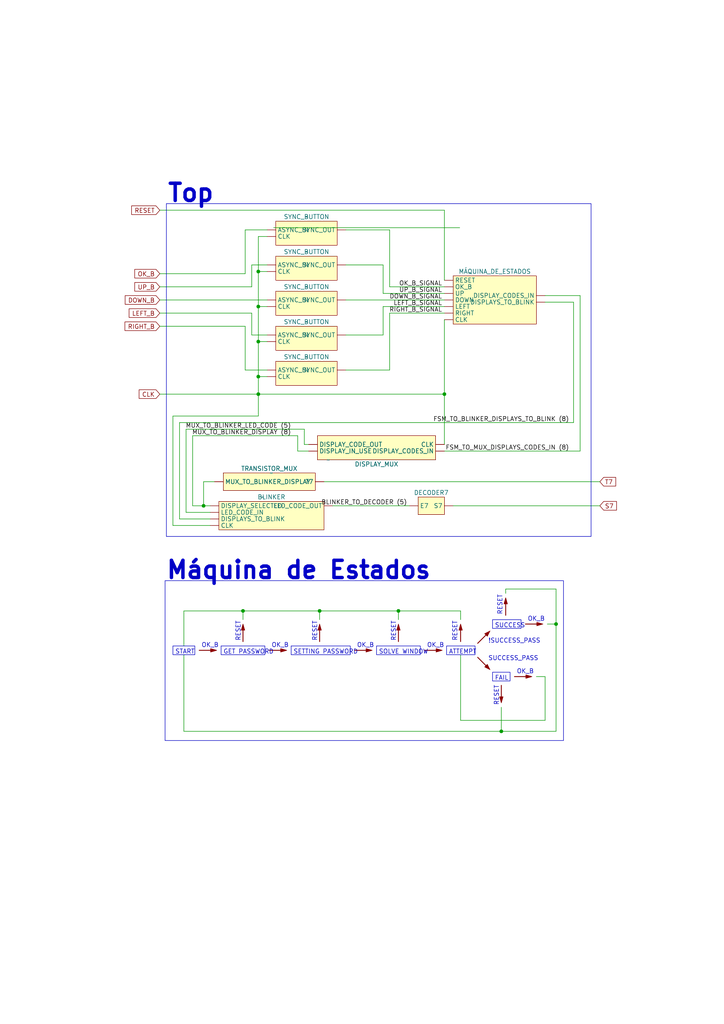
<source format=kicad_sch>
(kicad_sch (version 20230121) (generator eeschema)
  (paper "A4" portrait)
  (title_block (title "Diagrama de Estados") (date "2023-12-08") (rev "1.0") (comment 1 "Adrián Teixeira de Uña") (comment 2 "Bogurad Barañski Barañska") (comment 3 "Juan Nicolás Jiménez Pérez"))
  (lib_symbols
    (symbol "Graphic:SYM_Arrow45_Normal" (in_bom no) (on_board no)
      (symbol "SYM_Arrow45_Normal_0_1"
        (polyline (pts (xy 1.524 -1.524) (xy -1.778 1.778)) (stroke (width 0.254)))
        (polyline (pts (xy 1.778 -1.778) (xy 0.254 -1.016) (xy 1.016 -0.254) (xy 1.778 -1.778)) (fill (type outline)))
      )
    )
    (symbol "Graphic:SYM_Arrow_Normal" (in_bom no) (on_board no)
      (symbol "SYM_Arrow_Normal_0_1"
        (polyline (pts (xy 1.524 0) (xy -2.54 0)) (stroke (width 0.254)))
        (polyline (pts (xy 2.54 0) (xy 0.762 -0.508) (xy 0.762 0.508) (xy 2.54 0)) (fill (type outline)))
      )
    )
    (symbol "Trabajo_VHDL:BLINKER"
      (property "Reference" "U" (at 0 0 0))
      (symbol "BLINKER_1_1"
        (rectangle (start -12.7 -1.27) (end 17.78 -9.525) (fill (type background)))
        (pin input line (at -15.24 -8.255 0) (length 2.54) (name "CLK") (number ""))
        (pin input line (at -15.24 -6.35 0) (length 2.54) (name "DISPLAYS_TO_BLINK") (number ""))
        (pin input line (at -15.24 -2.54 0) (length 2.54) (name "DISPLAY_SELECTED") (number ""))
        (pin input line (at -15.24 -4.445 0) (length 2.54) (name "LED_CODE_IN") (number ""))
        (pin input line (at 20.32 -2.54 180) (length 2.54) (name "LED_CODE_OUT") (number ""))
      )
    )
    (symbol "Trabajo_VHDL:DECODER7"
      (property "Reference" "U" (at 0 0.635 0))
      (symbol "DECODER7_1_1"
        (rectangle (start -3.81 -0.635) (end 3.81 -5.715) (fill (type background)))
        (pin input line (at -6.35 -3.175 0) (length 2.54) (name "E7") (number ""))
        (pin input line (at 6.35 -3.175 180) (length 2.54) (name "S7") (number ""))
      )
    )
    (symbol "Trabajo_VHDL:DISPLAY_MUX"
      (property "Reference" "U" (at 0 1.27 0))
      (symbol "DISPLAY_MUX_1_1"
        (rectangle (start -17.145 0) (end 17.145 -6.985) (fill (type background)))
        (pin input line (at -19.685 -4.445 0) (length 2.54) (name "CLK") (number ""))
        (pin input line (at -19.685 -2.54 0) (length 2.54) (name "DISPLAY_CODES_IN") (number ""))
        (pin input line (at 19.685 -4.445 180) (length 2.54) (name "DISPLAY_CODE_OUT") (number ""))
        (pin input line (at 19.685 -2.54 180) (length 2.54) (name "DISPLAY_IN_USE") (number ""))
      )
    )
    (symbol "Trabajo_VHDL:SELECTOR"
      (property "Reference" "U" (at 0 1.905 0))
      (symbol "SELECTOR_1_1"
        (rectangle (start -10.795 0) (end 12.065 -13.97) (fill (type background)))
        (pin input line (at -13.335 -3.175 0) (length 2.54) (name "CE") (number ""))
        (pin input line (at -13.335 -12.7 0) (length 2.54) (name "CLK") (number ""))
        (pin input line (at 14.605 -5.08 180) (length 2.54) (name "DISPLAY_SELECTED") (number ""))
        (pin input line (at -13.335 -6.985 0) (length 2.54) (name "DOWN") (number ""))
        (pin input line (at 14.605 -3.175 180) (length 2.54) (name "LED_CODE_OUT") (number ""))
        (pin input line (at -13.335 -8.89 0) (length 2.54) (name "LEFT") (number ""))
        (pin input line (at 14.605 -1.27 180) (length 2.54) (name "NATURAL_OUT") (number ""))
        (pin input line (at -13.335 -1.27 0) (length 2.54) (name "RESET") (number ""))
        (pin input line (at -13.335 -10.795 0) (length 2.54) (name "RIGHT") (number ""))
        (pin input line (at -13.335 -5.08 0) (length 2.54) (name "UP") (number ""))
      )
    )
    (symbol "Trabajo_VHDL:SYNC_BUTTON"
      (property "Reference" "U" (at 0 1.27 0))
      (symbol "SYNC_BUTTON_1_1"
        (rectangle (start -8.89 0) (end 8.89 -6.985) (fill (type background)))
        (pin input line (at -11.43 -2.54 0) (length 2.54) (name "ASYNC_IN") (number ""))
        (pin input line (at -11.43 -4.445 0) (length 2.54) (name "CLK") (number ""))
        (pin input line (at 11.43 -2.54 180) (length 2.54) (name "SYNC_OUT") (number ""))
      )
    )
    (symbol "Trabajo_VHDL:TRANSISTOR_MUX"
      (property "Reference" "U" (at 0 1.27 0))
      (symbol "TRANSISTOR_MUX_1_1"
        (rectangle (start -13.335 0) (end 13.335 -5.08) (fill (type background)))
        (pin input line (at -15.875 -2.54 0) (length 2.54) (name "MUX_TO_BLINKER_DISPLAY") (number ""))
        (pin input line (at 15.875 -2.54 180) (length 2.54) (name "T7") (number ""))
      )
    )
    (symbol "Trabajo_VHDL:The_machine_of_state"
      (property "Reference" "U" (at 0 5.08 0))
      (property "Value" "The_machine_of_state" (at 0 6.985 0))
      (symbol "The_machine_of_state_1_1"
        (rectangle (start -11.43 3.175) (end 12.7 -10.795) (fill (type background)))
        (pin input line (at -13.97 -9.525 0) (length 2.54) (name "CLK") (number ""))
        (pin input line (at 15.24 -4.445 180) (length 2.54) (name "DISPLAYS_TO_BLINK") (number ""))
        (pin input line (at 15.24 -2.54 180) (length 2.54) (name "DISPLAY_CODES_IN") (number ""))
        (pin input line (at -13.97 -3.81 0) (length 2.54) (name "DOWN") (number ""))
        (pin input line (at -13.97 -5.715 0) (length 2.54) (name "LEFT") (number ""))
        (pin input line (at -13.97 0 0) (length 2.54) (name "OK_B") (number ""))
        (pin input line (at -13.97 1.905 0) (length 2.54) (name "RESET") (number ""))
        (pin input line (at -13.97 -7.62 0) (length 2.54) (name "RIGHT") (number ""))
        (pin input line (at -13.97 -1.905 0) (length 2.54) (name "UP") (number ""))
      )
    )
  )
  (junction (at 70.485 177.165))
  (junction (at 74.93 99.06))
  (junction (at 29.845 -39.37))
  (junction (at 244.475 11.43))
  (junction (at 83.82 -24.13))
  (junction (at 29.845 -29.21))
  (junction (at 74.93 114.3))
  (junction (at 92.71 177.165))
  (junction (at 74.93 78.74))
  (junction (at 223.52 -51.435))
  (junction (at 161.29 180.975))
  (junction (at 150.495 -24.13))
  (junction (at 74.93 109.22))
  (junction (at 74.93 88.9))
  (junction (at 115.57 177.165))
  (junction (at 250.19 5.715))
  (junction (at 128.905 114.3))
  (junction (at 29.845 -24.13))
  (junction (at 145.415 212.09))
  (junction (at 246.38 9.525))
  (junction (at 29.845 -59.69))
  (junction (at 59.055 146.685))
  (junction (at 252.095 35.56))
  (junction (at 248.285 7.62))
  (junction (at 29.845 -49.53))
  (wire (pts (xy 133.604 177.165) (xy 133.604 179.705)))
  (wire (pts (xy 46.355 94.615) (xy 71.12 94.615)))
  (wire (pts (xy 260.985 -51.435) (xy 283.21 -51.435)))
  (wire (pts (xy 193.04 -51.435) (xy 223.52 -51.435)))
  (wire (pts (xy 67.945 -55.245) (xy 67.945 -71.755)))
  (wire (pts (xy 89.535 128.905) (xy 88.265 128.905)))
  (wire (pts (xy 133.604 189.992) (xy 133.604 208.915)))
  (wire (pts (xy 161.29 212.09) (xy 145.415 212.09)))
  (wire (pts (xy 46.355 83.185) (xy 73.025 83.185)))
  (wire (pts (xy 27.94 -55.245) (xy 27.94 -61.595)))
  (wire (pts (xy 250.19 5.715) (xy 253.365 5.715)))
  (wire (pts (xy 66.04 -53.34) (xy 66.04 -61.595)))
  (wire (pts (xy 32.385 -49.53) (xy 29.845 -49.53)))
  (wire (pts (xy 77.47 88.9) (xy 74.93 88.9)))
  (wire (pts (xy 100.33 76.835) (xy 111.125 76.835)))
  (wire (pts (xy 244.475 33.655) (xy 253.365 33.655)))
  (wire (pts (xy 236.22 11.43) (xy 244.475 11.43)))
  (wire (pts (xy 111.125 88.9) (xy 128.905 88.9)))
  (wire (pts (xy 113.03 107.315) (xy 113.03 90.805)))
  (wire (pts (xy 27.94 -47.625) (xy 27.94 -41.275)))
  (wire (pts (xy 74.93 99.06) (xy 77.47 99.06)))
  (wire (pts (xy 88.265 128.905) (xy 88.265 124.46)))
  (wire (pts (xy 77.47 68.58) (xy 74.93 68.58)))
  (wire (pts (xy 231.14 26.035) (xy 253.365 26.035)))
  (wire (pts (xy 59.055 139.7) (xy 59.055 146.685)))
  (wire (pts (xy 100.33 66.675) (xy 113.03 66.675)))
  (wire (pts (xy 113.03 83.185) (xy 128.905 83.185)))
  (wire (pts (xy 231.14 -0.635) (xy 238.125 -0.635)))
  (wire (pts (xy 246.38 9.525) (xy 234.95 9.525)))
  (wire (pts (xy 32.385 -69.85) (xy 29.845 -69.85)))
  (wire (pts (xy 128.905 92.71) (xy 128.905 114.3)))
  (wire (pts (xy 150.495 -24.13) (xy 225.425 -24.13)))
  (wire (pts (xy 128.905 114.3) (xy 128.905 128.905)))
  (wire (pts (xy 161.29 180.975) (xy 161.29 212.09)))
  (wire (pts (xy 70.485 177.165) (xy 53.34 177.165)))
  (wire (pts (xy 238.125 3.81) (xy 253.365 3.81)))
  (wire (pts (xy 89.535 130.81) (xy 86.36 130.81)))
  (wire (pts (xy 77.47 78.74) (xy 74.93 78.74)))
  (wire (pts (xy 32.385 -29.21) (xy 29.845 -29.21)))
  (wire (pts (xy 66.04 -53.34) (xy 83.82 -53.34)))
  (wire (pts (xy 191.135 -49.53) (xy 225.425 -49.53)))
  (wire (pts (xy 248.285 7.62) (xy 253.365 7.62)))
  (wire (pts (xy 231.14 14.605) (xy 236.22 14.605)))
  (wire (pts (xy 29.845 -59.69) (xy 29.845 -49.53)))
  (wire (pts (xy 73.025 76.835) (xy 77.47 76.835)))
  (wire (pts (xy 74.93 88.9) (xy 74.93 99.06)))
  (wire (pts (xy 115.57 179.705) (xy 115.57 177.165)))
  (wire (pts (xy 223.52 -58.42) (xy 223.52 -51.435)))
  (wire (pts (xy 252.095 35.56) (xy 253.365 35.56)))
  (wire (pts (xy 158.115 196.215) (xy 158.115 208.915)))
  (wire (pts (xy 240.03 -2.54) (xy 240.03 1.905)))
  (wire (pts (xy 29.845 -39.37) (xy 29.845 -29.21)))
  (wire (pts (xy 115.57 177.165) (xy 133.604 177.165)))
  (wire (pts (xy 92.71 177.165) (xy 92.71 179.705)))
  (wire (pts (xy 55.245 -71.755) (xy 67.945 -71.755)))
  (wire (pts (xy 83.82 -57.15) (xy 83.82 -77.47)))
  (wire (pts (xy 53.34 189.865) (xy 53.34 212.09)))
  (wire (pts (xy 20.32 -51.435) (xy 32.385 -51.435)))
  (wire (pts (xy 27.94 -41.275) (xy 32.385 -41.275)))
  (wire (pts (xy 66.04 -49.53) (xy 83.82 -49.53)))
  (wire (pts (xy 20.32 -47.625) (xy 27.94 -47.625)))
  (wire (pts (xy 86.36 126.365) (xy 55.88 126.365)))
  (wire (pts (xy 55.245 -51.435) (xy 83.82 -51.435)))
  (wire (pts (xy 74.93 99.06) (xy 74.93 109.22)))
  (wire (pts (xy 55.245 -31.115) (xy 67.945 -31.115)))
  (wire (pts (xy 55.245 -61.595) (xy 66.04 -61.595)))
  (wire (pts (xy 131.445 146.685) (xy 173.99 146.685)))
  (wire (pts (xy 113.03 -55.88) (xy 113.03 -52.705)))
  (wire (pts (xy 29.845 -69.85) (xy 29.845 -59.69)))
  (wire (pts (xy 128.905 60.96) (xy 46.355 60.96)))
  (wire (pts (xy 53.34 177.165) (xy 53.34 187.325)))
  (wire (pts (xy 234.95 10.795) (xy 231.14 10.795)))
  (wire (pts (xy 223.52 -51.435) (xy 225.425 -51.435)))
  (wire (pts (xy 83.82 -77.47) (xy 20.32 -77.47)))
  (wire (pts (xy 60.96 152.4) (xy 50.165 152.4)))
  (wire (pts (xy 83.82 -24.13) (xy 150.495 -24.13)))
  (wire (pts (xy 111.125 85.09) (xy 111.125 76.835)))
  (wire (pts (xy 27.94 -61.595) (xy 32.385 -61.595)))
  (wire (pts (xy 96.52 146.685) (xy 118.745 146.685)))
  (wire (pts (xy 252.095 13.335) (xy 252.095 35.56)))
  (wire (pts (xy 113.03 83.185) (xy 113.03 66.675)))
  (wire (pts (xy 299.72 -51.435) (xy 295.91 -51.435)))
  (wire (pts (xy 46.355 86.995) (xy 77.47 86.995)))
  (wire (pts (xy 236.22 2.54) (xy 236.22 5.715)))
  (wire (pts (xy 100.33 97.155) (xy 111.125 97.155)))
  (wire (pts (xy 248.285 7.62) (xy 248.285 29.845)))
  (wire (pts (xy 71.12 66.675) (xy 77.47 66.675)))
  (wire (pts (xy 231.14 2.54) (xy 236.22 2.54)))
  (wire (pts (xy 46.355 90.805) (xy 73.025 90.805)))
  (wire (pts (xy 100.33 86.995) (xy 128.905 86.995)))
  (wire (pts (xy 250.19 5.715) (xy 250.19 27.94)))
  (wire (pts (xy 238.125 -0.635) (xy 238.125 3.81)))
  (wire (pts (xy 92.71 177.165) (xy 70.485 177.165)))
  (wire (pts (xy 26.035 -59.055) (xy 26.035 -71.755)))
  (wire (pts (xy 113.03 -47.625) (xy 225.425 -47.625)))
  (wire (pts (xy 29.845 -29.21) (xy 29.845 -24.13)))
  (wire (pts (xy 46.355 114.3) (xy 74.93 114.3)))
  (wire (pts (xy 231.14 -2.54) (xy 240.03 -2.54)))
  (wire (pts (xy 231.14 24.13) (xy 253.365 24.13)))
  (wire (pts (xy 246.38 9.525) (xy 246.38 31.75)))
  (wire (pts (xy 74.93 114.3) (xy 128.905 114.3)))
  (wire (pts (xy 20.32 -43.815) (xy 26.035 -43.815)))
  (wire (pts (xy 246.38 31.75) (xy 253.365 31.75)))
  (wire (pts (xy 71.12 107.315) (xy 77.47 107.315)))
  (wire (pts (xy 168.275 130.81) (xy 168.275 85.725)))
  (wire (pts (xy 88.265 124.46) (xy 53.975 124.46)))
  (wire (pts (xy 53.975 148.59) (xy 60.96 148.59)))
  (wire (pts (xy 128.905 81.28) (xy 128.905 60.96)))
  (wire (pts (xy 20.32 -55.245) (xy 27.94 -55.245)))
  (wire (pts (xy 67.945 -55.245) (xy 83.82 -55.245)))
  (wire (pts (xy 46.355 79.375) (xy 71.12 79.375)))
  (wire (pts (xy 236.22 14.605) (xy 236.22 11.43)))
  (wire (pts (xy 100.33 107.315) (xy 113.03 107.315)))
  (wire (pts (xy 77.47 109.22) (xy 74.93 109.22)))
  (wire (pts (xy 83.82 -45.72) (xy 83.82 -24.13)))
  (wire (pts (xy 113.03 -50.8) (xy 113.03 -47.625)))
  (wire (pts (xy 248.285 7.62) (xy 234.95 7.62)))
  (wire (pts (xy 240.03 1.905) (xy 253.365 1.905)))
  (wire (pts (xy 189.865 -55.88) (xy 193.04 -55.88)))
  (wire (pts (xy 29.845 -39.37) (xy 32.385 -39.37)))
  (wire (pts (xy 66.04 -41.275) (xy 66.04 -49.53)))
  (wire (pts (xy 29.845 -49.53) (xy 29.845 -39.37)))
  (wire (pts (xy 53.975 124.46) (xy 53.975 148.59)))
  (wire (pts (xy 79.375 66.04) (xy 133.35 66.04)))
  (wire (pts (xy 93.98 139.7) (xy 173.99 139.7)))
  (wire (pts (xy 74.93 109.22) (xy 74.93 114.3)))
  (wire (pts (xy 74.93 78.74) (xy 74.93 88.9)))
  (wire (pts (xy 71.12 79.375) (xy 71.12 66.675)))
  (wire (pts (xy 20.32 -59.055) (xy 26.035 -59.055)))
  (wire (pts (xy 113.03 90.805) (xy 128.905 90.805)))
  (wire (pts (xy 113.03 -55.88) (xy 150.495 -55.88)))
  (wire (pts (xy 168.275 85.725) (xy 158.115 85.725)))
  (wire (pts (xy 248.285 29.845) (xy 253.365 29.845)))
  (wire (pts (xy 26.035 -71.755) (xy 32.385 -71.755)))
  (wire (pts (xy 55.88 146.685) (xy 59.055 146.685)))
  (wire (pts (xy 32.385 -59.69) (xy 29.845 -59.69)))
  (wire (pts (xy 231.14 35.56) (xy 252.095 35.56)))
  (wire (pts (xy 193.04 -55.88) (xy 193.04 -51.435)))
  (wire (pts (xy 234.95 7.62) (xy 234.95 6.35)))
  (wire (pts (xy 146.685 170.815) (xy 161.29 170.815)))
  (wire (pts (xy 246.38 9.525) (xy 253.365 9.525)))
  (wire (pts (xy 55.88 126.365) (xy 55.88 146.685)))
  (wire (pts (xy 111.125 85.09) (xy 128.905 85.09)))
  (wire (pts (xy 111.125 97.155) (xy 111.125 88.9)))
  (wire (pts (xy 86.36 130.81) (xy 86.36 126.365)))
  (wire (pts (xy 145.415 205.105) (xy 145.415 212.09)))
  (wire (pts (xy 20.32 -24.13) (xy 29.845 -24.13)))
  (wire (pts (xy 50.165 120.65) (xy 74.93 120.65)))
  (wire (pts (xy 29.845 -24.13) (xy 83.82 -24.13)))
  (wire (pts (xy 236.22 5.715) (xy 250.19 5.715)))
  (wire (pts (xy 67.945 -47.625) (xy 83.82 -47.625)))
  (wire (pts (xy 146.685 172.085) (xy 146.685 170.815)))
  (wire (pts (xy 166.37 87.63) (xy 158.115 87.63)))
  (wire (pts (xy 26.035 -43.815) (xy 26.035 -31.115)))
  (wire (pts (xy 166.37 122.555) (xy 166.37 87.63)))
  (wire (pts (xy 189.865 -53.975) (xy 191.135 -53.975)))
  (wire (pts (xy 70.485 177.165) (xy 70.485 179.705)))
  (wire (pts (xy 128.905 130.81) (xy 168.275 130.81)))
  (wire (pts (xy 244.475 11.43) (xy 244.475 33.655)))
  (wire (pts (xy 73.025 97.155) (xy 77.47 97.155)))
  (wire (pts (xy 52.07 122.555) (xy 52.07 150.495)))
  (wire (pts (xy 71.12 94.615) (xy 71.12 107.315)))
  (wire (pts (xy 26.035 -31.115) (xy 32.385 -31.115)))
  (wire (pts (xy 223.52 -58.42) (xy 226.695 -58.42)))
  (wire (pts (xy 73.025 83.185) (xy 73.025 76.835)))
  (wire (pts (xy 158.75 180.975) (xy 161.29 180.975)))
  (wire (pts (xy 234.95 9.525) (xy 234.95 10.795)))
  (wire (pts (xy 73.025 90.805) (xy 73.025 97.155)))
  (wire (pts (xy 250.19 27.94) (xy 253.365 27.94)))
  (wire (pts (xy 244.475 11.43) (xy 253.365 11.43)))
  (wire (pts (xy 55.245 -41.275) (xy 66.04 -41.275)))
  (wire (pts (xy 155.575 196.215) (xy 158.115 196.215)))
  (wire (pts (xy 50.165 152.4) (xy 50.165 120.65)))
  (wire (pts (xy 59.055 146.685) (xy 60.96 146.685)))
  (wire (pts (xy 59.055 139.7) (xy 62.23 139.7)))
  (wire (pts (xy 234.95 6.35) (xy 231.14 6.35)))
  (wire (pts (xy 150.495 -53.975) (xy 150.495 -24.13)))
  (wire (pts (xy 253.365 13.335) (xy 252.095 13.335)))
  (wire (pts (xy 67.945 -31.115) (xy 67.945 -47.625)))
  (wire (pts (xy 115.57 177.165) (xy 92.71 177.165)))
  (wire (pts (xy 74.93 120.65) (xy 74.93 114.3)))
  (wire (pts (xy 52.07 122.555) (xy 166.37 122.555)))
  (wire (pts (xy 52.07 150.495) (xy 60.96 150.495)))
  (wire (pts (xy 161.29 170.815) (xy 161.29 180.975)))
  (wire (pts (xy 158.115 208.915) (xy 133.604 208.915)))
  (wire (pts (xy 258.445 -58.42) (xy 299.72 -58.42)))
  (wire (pts (xy 74.93 68.58) (xy 74.93 78.74)))
  (wire (pts (xy 145.415 212.09) (xy 53.34 212.09)))
  (wire (pts (xy 191.135 -53.975) (xy 191.135 -49.53)))
  (wire (pts (xy 225.425 -45.72) (xy 225.425 -24.13)))
  (rectangle (start 142.875 194.945) (end 147.955 197.485))
  (rectangle (start 50.165 187.325) (end 56.515 189.865))
  (rectangle (start 233.045 -4.445) (end 337.82 38.735))
  (rectangle (start 84.455 187.325) (end 101.6 189.865))
  (rectangle (start 22.86 -80.645) (end 296.545 -20.955))
  (rectangle (start 109.22 187.325) (end 121.92 189.865))
  (rectangle (start 64.135 187.325) (end 76.835 189.865))
  (rectangle (start 129.54 187.325) (end 137.795 189.865))
  (rectangle (start 47.879 168.402) (end 163.449 214.757))
  (rectangle (start 48.26 59.055) (end 171.45 155.575))
  (rectangle (start 142.875 179.705) (end 151.13 182.245))
  (text "!SUCCESS_PASS\n" (at 141.605 186.69 0) (effects (font (size 1.27 1.27)) (justify left bottom)))
  (text "RESET" (at 114.935 186.055 90) (effects (font (size 1.27 1.27)) (justify left bottom)))
  (text "OK_B\n" (at 153.035 180.34 0) (effects (font (size 1.27 1.27)) (justify left bottom)))
  (text "SETTING PASSWORD" (at 85.09 189.865 0) (effects (font (size 1.27 1.27)) (justify left bottom)))
  (text "RESET" (at 132.715 186.055 90) (effects (font (size 1.27 1.27)) (justify left bottom)))
  (text "Top" (at 22.86 -80.645 0) (effects (font (size 5 5) (thickness 1) bold) (justify left bottom)))
  (text "OK_B\n" (at 149.86 195.58 0) (effects (font (size 1.27 1.27)) (justify left bottom)))
  (text "OK_B\n" (at 78.74 187.96 0) (effects (font (size 1.27 1.27)) (justify left bottom)))
  (text "OK_B\n" (at 103.505 187.96 0) (effects (font (size 1.27 1.27)) (justify left bottom)))
  (text "START\n" (at 50.8 189.865 0) (effects (font (size 1.27 1.27)) (justify left bottom)))
  (text "RESET" (at 92.075 186.055 90) (effects (font (size 1.27 1.27)) (justify left bottom)))
  (text "RESET" (at 69.85 186.055 90) (effects (font (size 1.27 1.27)) (justify left bottom)))
  (text "RESET" (at 144.78 198.755 90) (effects (font (size 1.27 1.27)) (justify right bottom)))
  (text "Top" (at 48.26 59.055 0) (effects (font (size 5 5) (thickness 1) bold) (justify left bottom)))
  (text "RESET" (at 145.796 178.435 90) (effects (font (size 1.27 1.27)) (justify left bottom)))
  (text "OK_B\n" (at 58.42 187.96 0) (effects (font (size 1.27 1.27)) (justify left bottom)))
  (text "Máquina de Estados" (at 47.879 168.402 0) (effects (font (size 5 5) (thickness 1) bold) (justify left bottom)))
  (text "FAIL" (at 143.51 197.485 0) (effects (font (size 1.27 1.27)) (justify left bottom)))
  (text "SUCCESS_PASS\n" (at 141.605 191.77 0) (effects (font (size 1.27 1.27)) (justify left bottom)))
  (text "GET PASSWORD" (at 64.77 189.865 0) (effects (font (size 1.27 1.27)) (justify left bottom)))
  (text "OK_B\n" (at 123.825 187.96 0) (effects (font (size 1.27 1.27)) (justify left bottom)))
  (text "SOLVE WINDOW" (at 109.855 189.865 0) (effects (font (size 1.27 1.27)) (justify left bottom)))
  (text "ATTEMPT" (at 130.175 189.865 0) (effects (font (size 1.27 1.27)) (justify left bottom)))
  (text "SUCCESS" (at 143.51 182.245 0) (effects (font (size 1.27 1.27)) (justify left bottom)))
  (label "~{}" (at 155.575 196.215 0))
  (label "display_selected_password" (at 281.305 5.715 0))
  (label "~{}" (at 133.604 189.992 0))
  (label "~{}" (at 115.57 179.705 0))
  (label "guess" (at 281.305 24.13 0))
  (label "DOWN_B_SIGNAL" (at 128.27 86.995 180))
  (label "MUX_TO_BLINKER_LED_CODE (5)" (at 194.945 -49.53 0))
  (label "reset_password" (at 231.14 -2.54 180))
  (label "password" (at 281.305 1.905 0))
  (label "LEFT_B_SIGNAL" (at 128.27 88.9 180))
  (label "RIGHT_B_SIGNAL" (at 83.185 -47.625 180))
  (label "~{}" (at 53.34 189.865 0))
  (label "reset_attempt" (at 231.14 24.13 180))
  (label "FSM_TO_MUX_DISPLAYS_CODES_IN (8)" (at 114.3 -55.88 0))
  (label "MUX_TO_BLINKER_DISPLAY (8)" (at 84.455 126.365 180))
  (label "~{}" (at 158.75 180.975 0))
  (label "UP_B_SIGNAL" (at 128.27 85.09 180))
  (label "FSM_TO_BLINKER_DISPLAYS_TO_BLINK (8)" (at 165.1 122.555 180))
  (label "~{}" (at 92.71 179.705 0))
  (label "led_code_out_password" (at 281.305 3.81 0))
  (label "~{}" (at 53.34 187.325 0))
  (label "OK_B_SIGNAL" (at 128.27 83.185 180))
  (label "~{}" (at 70.485 179.705 0))
  (label "display_selected_attempt" (at 281.305 27.94 0))
  (label "MUX_TO_BLINKER_DISPLAY (8)" (at 194.945 -51.435 0))
  (label "UP_B_SIGNAL" (at 83.185 -53.34 180))
  (label "~{}" (at 145.415 205.105 0))
  (label "FSM_TO_MUX_DISPLAYS_CODES_IN (8)" (at 165.1 130.81 180))
  (label "led_code_out_attempt" (at 281.305 26.035 0))
  (label "BLINKER_TO_DECODER (5)" (at 118.11 146.685 180))
  (label "LEFT_B_SIGNAL" (at 83.185 -49.53 180))
  (label "~{}" (at 146.685 172.085 0))
  (label "OK_B_SIGNAL" (at 83.185 -55.245 180))
  (label "MUX_TO_BLINKER_LED_CODE (5)" (at 84.455 124.46 180))
  (label "FSM_TO_BLINKER_DISPLAYS_TO_BLINK (8)" (at 114.3 -47.625 0))
  (label "RIGHT_B_SIGNAL" (at 128.27 90.805 180))
  (label "~{}" (at 133.604 179.705 0))
  (label "ce_attempt" (at 231.14 26.035 180))
  (label "ce_password" (at 231.14 -0.635 180))
  (label "BLINKER_TO_DECODER (5)" (at 282.575 -51.435 180))
  (label "DOWN_B_SIGNAL" (at 83.185 -51.435 180))
  (global_label "LEFT_B" (shape input) (at 20.32 -47.625 180) (property "Intersheetrefs" "${INTERSHEET_REFS}" (effects hide)))
  (global_label "T7" (shape input) (at 299.72 -58.42 0) (property "Intersheetrefs" "${INTERSHEET_REFS}" (effects hide)))
  (global_label "CLK" (shape input) (at 20.32 -24.13 180) (property "Intersheetrefs" "${INTERSHEET_REFS}" (effects hide)))
  (global_label "RESET" (shape input) (at 46.355 60.96 180) (property "Intersheetrefs" "${INTERSHEET_REFS}" (effects hide)))
  (global_label "UP" (shape input) (at 231.14 2.54 180) (property "Intersheetrefs" "${INTERSHEET_REFS}" (effects hide)))
  (global_label "S7" (shape input) (at 299.72 -51.435 0) (property "Intersheetrefs" "${INTERSHEET_REFS}" (effects hide)))
  (global_label "DOWN_B" (shape input) (at 46.355 86.995 180) (property "Intersheetrefs" "${INTERSHEET_REFS}" (effects hide)))
  (global_label "RIGHT" (shape input) (at 231.14 14.605 180) (property "Intersheetrefs" "${INTERSHEET_REFS}" (effects hide)))
  (global_label "S7" (shape input) (at 173.99 146.685 0) (property "Intersheetrefs" "${INTERSHEET_REFS}" (effects hide)))
  (global_label "UP_B" (shape input) (at 20.32 -55.245 180) (property "Intersheetrefs" "${INTERSHEET_REFS}" (effects hide)))
  (global_label "CLK" (shape input) (at 46.355 114.3 180) (property "Intersheetrefs" "${INTERSHEET_REFS}" (effects hide)))
  (global_label "T7" (shape input) (at 173.99 139.7 0) (property "Intersheetrefs" "${INTERSHEET_REFS}" (effects hide)))
  (global_label "RESET" (shape input) (at 20.32 -77.47 180) (property "Intersheetrefs" "${INTERSHEET_REFS}" (effects hide)))
  (global_label "UP_B" (shape input) (at 46.355 83.185 180) (property "Intersheetrefs" "${INTERSHEET_REFS}" (effects hide)))
  (global_label "DOWN_B" (shape input) (at 20.32 -51.435 180) (property "Intersheetrefs" "${INTERSHEET_REFS}" (effects hide)))
  (global_label "RIGHT_B" (shape input) (at 46.355 94.615 180) (property "Intersheetrefs" "${INTERSHEET_REFS}" (effects hide)))
  (global_label "OK_B" (shape input) (at 46.355 79.375 180) (property "Intersheetrefs" "${INTERSHEET_REFS}" (effects hide)))
  (global_label "DISPLAY_CODES_IN" (shape input) (at 342.2789 6.8711 0) (property "Intersheetrefs" "${INTERSHEET_REFS}" (effects hide)))
  (global_label "LEFT" (shape input) (at 231.14 10.795 180) (property "Intersheetrefs" "${INTERSHEET_REFS}" (effects hide)))
  (global_label "CLK" (shape input) (at 231.14 35.56 180) (property "Intersheetrefs" "${INTERSHEET_REFS}" (effects hide)))
  (global_label "RIGHT_B" (shape input) (at 20.32 -43.815 180) (property "Intersheetrefs" "${INTERSHEET_REFS}" (effects hide)))
  (global_label "LEFT_B" (shape input) (at 46.355 90.805 180) (property "Intersheetrefs" "${INTERSHEET_REFS}" (effects hide)))
  (global_label "OK_B" (shape input) (at 20.32 -59.055 180) (property "Intersheetrefs" "${INTERSHEET_REFS}" (effects hide)))
  (global_label "DISPLAYS_TO_BLINK" (shape input) (at 342.265 2.54 0) (property "Intersheetrefs" "${INTERSHEET_REFS}" (effects hide)))
  (global_label "DOWN" (shape input) (at 231.14 6.35 180) (property "Intersheetrefs" "${INTERSHEET_REFS}" (effects hide)))
  (symbol (lib_id "Trabajo_VHDL:The_machine_of_state") (at 97.79 -55.245 0) (unit 1)
    (property "Reference" "U1" (effects hide))
    (property "Value" "MÁQUINA_DE_ESTADOS" (at 98.425 -59.69 0))
  )
  (symbol (lib_id "Trabajo_VHDL:DISPLAY_MUX") (at 170.18 -58.42 0) (unit 1)
    (property "Reference" "DISPLAY_MUX" (at 170.18 -59.69 0))
    (property "Value" "~" (at 184.15 -58.42 0))
  )
  (symbol (lib_id "Graphic:SYM_Arrow_Normal") (at 133.604 183.515 90) (unit 1) (in_bom no) (on_board no)
    (property "Reference" "#SYM10" (effects hide))
    (property "Value" "SYM_Arrow_Normal" (effects hide))
    (property "Sim.Enable" "0" (effects hide))
  )
  (symbol (lib_id "Trabajo_VHDL:SELECTOR") (at 266.7 0.635 0) (unit 1)
    (property "Reference" "SELECTOR" (at 267.335 -0.635 0))
    (property "Value" "~" (at 266.7 -1.27 0))
  )
  (symbol (lib_id "Trabajo_VHDL:SYNC_BUTTON") (at 88.9 104.775 0) (unit 1)
    (property "Reference" "SYNC_BUTTON" (at 88.9 103.505 0))
    (property "Value" "~" (at 88.9 103.505 0))
  )
  (symbol (lib_id "Graphic:SYM_Arrow_Normal") (at 145.415 201.295 270) (unit 1) (in_bom no) (on_board no)
    (property "Reference" "#SYM9" (effects hide))
    (property "Value" "SYM_Arrow_Normal" (effects hide))
    (property "Sim.Enable" "0" (effects hide))
  )
  (symbol (lib_id "Graphic:SYM_Arrow45_Normal") (at 140.335 192.405 0) (unit 1) (in_bom no) (on_board no)
    (property "Reference" "#SYM5" (effects hide))
    (property "Value" "SYM_Arrow45_Normal" (effects hide))
    (property "Sim.Enable" "0" (effects hide))
  )
  (symbol (lib_id "Graphic:SYM_Arrow_Normal") (at 151.765 196.215 0) (unit 1) (in_bom no) (on_board no)
    (property "Reference" "#SYM8" (effects hide))
    (property "Value" "SYM_Arrow_Normal" (effects hide))
    (property "Sim.Enable" "0" (effects hide))
  )
  (symbol (lib_id "Trabajo_VHDL:DECODER7") (at 289.56 -54.61 0) (unit 1)
    (property "Reference" "U2" (effects hide))
    (property "Value" "DECODER7" (at 289.56 -55.245 0))
  )
  (symbol (lib_id "Graphic:SYM_Arrow_Normal") (at 146.685 175.895 90) (unit 1) (in_bom no) (on_board no)
    (property "Reference" "#SYM14" (effects hide))
    (property "Value" "SYM_Arrow_Normal" (effects hide))
    (property "Sim.Enable" "0" (effects hide))
  )
  (symbol (lib_id "Trabajo_VHDL:SYNC_BUTTON") (at 43.815 -53.975 0) (unit 1)
    (property "Reference" "SYNC_BUTTON2" (at 43.815 -55.245 0))
    (property "Value" "~" (at 43.815 -55.245 0))
  )
  (symbol (lib_id "Trabajo_VHDL:SYNC_BUTTON") (at 88.9 74.295 0) (unit 1)
    (property "Reference" "SYNC_BUTTON" (at 88.9 73.025 0))
    (property "Value" "~" (at 88.9 73.025 0))
  )
  (symbol (lib_id "Trabajo_VHDL:BLINKER") (at 76.2 144.145 0) (unit 1)
    (property "Reference" "BLINKER" (at 78.74 144.145 0))
    (property "Value" "~" (at 76.2 144.145 0))
  )
  (symbol (lib_id "Trabajo_VHDL:SYNC_BUTTON") (at 88.9 64.135 0) (unit 1)
    (property "Reference" "SYNC_BUTTON" (at 88.9 62.865 0))
    (property "Value" "~" (at 88.9 62.865 0))
  )
  (symbol (lib_id "Graphic:SYM_Arrow_Normal") (at 70.485 183.515 90) (unit 1) (in_bom no) (on_board no)
    (property "Reference" "#SYM13" (effects hide))
    (property "Value" "SYM_Arrow_Normal" (effects hide))
    (property "Sim.Enable" "0" (effects hide))
  )
  (symbol (lib_id "Trabajo_VHDL:SYNC_BUTTON") (at 43.815 -74.295 0) (unit 1)
    (property "Reference" "SYNC_BUTTON" (at 43.815 -75.565 0))
    (property "Value" "~" (at 43.815 -75.565 0))
  )
  (symbol (lib_id "Graphic:SYM_Arrow45_Normal") (at 140.335 184.785 90) (unit 1) (in_bom no) (on_board no)
    (property "Reference" "#SYM6" (effects hide))
    (property "Value" "SYM_Arrow45_Normal" (effects hide))
    (property "Sim.Enable" "0" (effects hide))
  )
  (symbol (lib_id "Graphic:SYM_Arrow_Normal") (at 80.645 188.595 0) (unit 1) (in_bom no) (on_board no)
    (property "Reference" "#SYM2" (effects hide))
    (property "Value" "SYM_Arrow_Normal" (effects hide))
    (property "Sim.Enable" "0" (effects hide))
  )
  (symbol (lib_id "Graphic:SYM_Arrow_Normal") (at 125.73 188.595 0) (unit 1) (in_bom no) (on_board no)
    (property "Reference" "#SYM4" (effects hide))
    (property "Value" "SYM_Arrow_Normal" (effects hide))
    (property "Sim.Enable" "0" (effects hide))
  )
  (symbol (lib_id "Trabajo_VHDL:TRANSISTOR_MUX") (at 242.57 -60.96 0) (unit 1)
    (property "Reference" "TRANSISTOR_MUX" (at 242.57 -62.23 0))
    (property "Value" "~" (at 243.205 -60.96 0))
  )
  (symbol (lib_id "Graphic:SYM_Arrow_Normal") (at 60.325 188.595 0) (unit 1) (in_bom no) (on_board no)
    (property "Reference" "#SYM1" (effects hide))
    (property "Value" "SYM_Arrow_Normal" (effects hide))
    (property "Sim.Enable" "0" (effects hide))
  )
  (symbol (lib_id "Trabajo_VHDL:SYNC_BUTTON") (at 43.815 -43.815 0) (unit 1)
    (property "Reference" "SYNC_BUTTON3" (at 43.815 -45.085 0))
    (property "Value" "~" (at 43.815 -45.085 0))
  )
  (symbol (lib_id "Trabajo_VHDL:SYNC_BUTTON") (at 88.9 84.455 0) (unit 1)
    (property "Reference" "SYNC_BUTTON" (at 88.9 83.185 0))
    (property "Value" "~" (at 88.9 83.185 0))
  )
  (symbol (lib_id "Graphic:SYM_Arrow_Normal") (at 92.71 183.515 90) (unit 1) (in_bom no) (on_board no)
    (property "Reference" "#SYM12" (effects hide))
    (property "Value" "SYM_Arrow_Normal" (effects hide))
    (property "Sim.Enable" "0" (effects hide))
  )
  (symbol (lib_id "Trabajo_VHDL:DISPLAY_MUX") (at 109.22 133.35 180) (unit 1)
    (property "Reference" "DISPLAY_MUX" (at 109.22 134.62 0))
    (property "Value" "~" (at 95.25 133.35 0))
  )
  (symbol (lib_id "Trabajo_VHDL:DECODER7") (at 125.095 143.51 0) (unit 1)
    (property "Reference" "U4" (effects hide))
    (property "Value" "DECODER7" (at 125.095 142.875 0))
  )
  (symbol (lib_id "Trabajo_VHDL:SYNC_BUTTON") (at 43.815 -33.655 0) (unit 1)
    (property "Reference" "SYNC_BUTTON4" (at 43.815 -34.925 0))
    (property "Value" "~" (at 43.815 -34.925 0))
  )
  (symbol (lib_id "Trabajo_VHDL:The_machine_of_state") (at 142.875 83.185 0) (unit 1)
    (property "Reference" "U3" (effects hide))
    (property "Value" "MÁQUINA_DE_ESTADOS" (at 143.51 78.74 0))
  )
  (symbol (lib_id "Trabajo_VHDL:TRANSISTOR_MUX") (at 78.105 137.16 0) (unit 1)
    (property "Reference" "TRANSISTOR_MUX" (at 78.105 135.89 0))
    (property "Value" "~" (at 78.74 137.16 0))
  )
  (symbol (lib_id "Trabajo_VHDL:SYNC_BUTTON") (at 43.815 -64.135 0) (unit 1)
    (property "Reference" "SYNC_BUTTON1" (at 43.815 -65.405 0))
    (property "Value" "~" (at 43.815 -65.405 0))
  )
  (symbol (lib_id "Trabajo_VHDL:SELECTOR") (at 266.7 22.86 0) (unit 1)
    (property "Reference" "SELECTOR" (at 267.335 21.59 0))
    (property "Value" "~" (at 266.7 20.955 0))
  )
  (symbol (lib_id "Graphic:SYM_Arrow_Normal") (at 105.41 188.595 0) (unit 1) (in_bom no) (on_board no)
    (property "Reference" "#SYM3" (effects hide))
    (property "Value" "SYM_Arrow_Normal" (effects hide))
    (property "Sim.Enable" "0" (effects hide))
  )
  (symbol (lib_id "Graphic:SYM_Arrow_Normal") (at 154.94 180.975 0) (unit 1) (in_bom no) (on_board no)
    (property "Reference" "#SYM7" (effects hide))
    (property "Value" "SYM_Arrow_Normal" (effects hide))
    (property "Sim.Enable" "0" (effects hide))
  )
  (symbol (lib_id "Graphic:SYM_Arrow_Normal") (at 115.57 183.515 90) (unit 1) (in_bom no) (on_board no)
    (property "Reference" "#SYM11" (effects hide))
    (property "Value" "SYM_Arrow_Normal" (effects hide))
    (property "Sim.Enable" "0" (effects hide))
  )
  (symbol (lib_id "Trabajo_VHDL:BLINKER") (at 240.665 -53.975 0) (unit 1)
    (property "Reference" "BLINKER" (at 243.205 -53.975 0))
    (property "Value" "~" (at 240.665 -53.975 0))
  )
  (symbol (lib_id "Trabajo_VHDL:SYNC_BUTTON") (at 88.9 94.615 0) (unit 1)
    (property "Reference" "SYNC_BUTTON" (at 88.9 93.345 0))
    (property "Value" "~" (at 88.9 93.345 0))
  )
)
</source>
